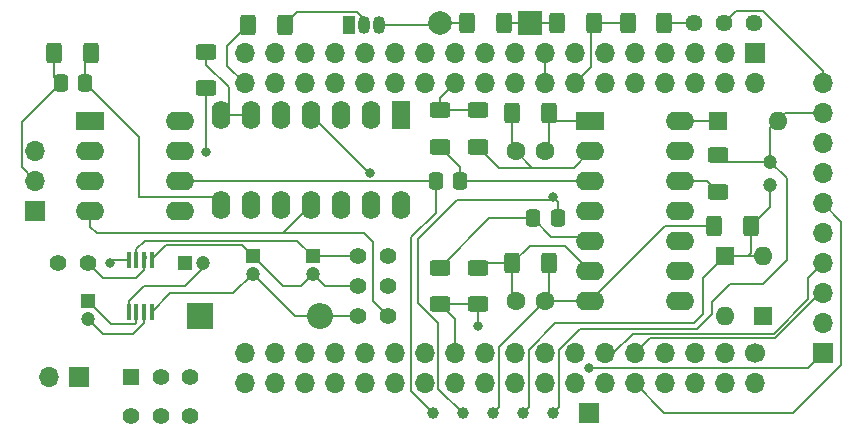
<source format=gbr>
%TF.GenerationSoftware,KiCad,Pcbnew,(6.0.2)*%
%TF.CreationDate,2022-06-08T22:41:36-07:00*%
%TF.ProjectId,TrailAlarm,54726169-6c41-46c6-9172-6d2e6b696361,1*%
%TF.SameCoordinates,Original*%
%TF.FileFunction,Copper,L1,Top*%
%TF.FilePolarity,Positive*%
%FSLAX46Y46*%
G04 Gerber Fmt 4.6, Leading zero omitted, Abs format (unit mm)*
G04 Created by KiCad (PCBNEW (6.0.2)) date 2022-06-08 22:41:36*
%MOMM*%
%LPD*%
G01*
G04 APERTURE LIST*
G04 Aperture macros list*
%AMRoundRect*
0 Rectangle with rounded corners*
0 $1 Rounding radius*
0 $2 $3 $4 $5 $6 $7 $8 $9 X,Y pos of 4 corners*
0 Add a 4 corners polygon primitive as box body*
4,1,4,$2,$3,$4,$5,$6,$7,$8,$9,$2,$3,0*
0 Add four circle primitives for the rounded corners*
1,1,$1+$1,$2,$3*
1,1,$1+$1,$4,$5*
1,1,$1+$1,$6,$7*
1,1,$1+$1,$8,$9*
0 Add four rect primitives between the rounded corners*
20,1,$1+$1,$2,$3,$4,$5,0*
20,1,$1+$1,$4,$5,$6,$7,0*
20,1,$1+$1,$6,$7,$8,$9,0*
20,1,$1+$1,$8,$9,$2,$3,0*%
G04 Aperture macros list end*
%TA.AperFunction,SMDPad,CuDef*%
%ADD10RoundRect,0.250000X-0.400000X-0.625000X0.400000X-0.625000X0.400000X0.625000X-0.400000X0.625000X0*%
%TD*%
%TA.AperFunction,SMDPad,CuDef*%
%ADD11RoundRect,0.250000X0.625000X-0.400000X0.625000X0.400000X-0.625000X0.400000X-0.625000X-0.400000X0*%
%TD*%
%TA.AperFunction,ComponentPad*%
%ADD12C,1.600000*%
%TD*%
%TA.AperFunction,SMDPad,CuDef*%
%ADD13RoundRect,0.250000X-0.625000X0.400000X-0.625000X-0.400000X0.625000X-0.400000X0.625000X0.400000X0*%
%TD*%
%TA.AperFunction,ComponentPad*%
%ADD14C,1.400000*%
%TD*%
%TA.AperFunction,SMDPad,CuDef*%
%ADD15C,1.000000*%
%TD*%
%TA.AperFunction,ComponentPad*%
%ADD16R,1.600000X1.600000*%
%TD*%
%TA.AperFunction,ComponentPad*%
%ADD17O,1.600000X1.600000*%
%TD*%
%TA.AperFunction,ComponentPad*%
%ADD18R,1.700000X1.700000*%
%TD*%
%TA.AperFunction,ComponentPad*%
%ADD19O,1.700000X1.700000*%
%TD*%
%TA.AperFunction,ComponentPad*%
%ADD20R,1.200000X1.200000*%
%TD*%
%TA.AperFunction,ComponentPad*%
%ADD21C,1.200000*%
%TD*%
%TA.AperFunction,ComponentPad*%
%ADD22R,1.600000X2.400000*%
%TD*%
%TA.AperFunction,ComponentPad*%
%ADD23O,1.600000X2.400000*%
%TD*%
%TA.AperFunction,ComponentPad*%
%ADD24C,1.440000*%
%TD*%
%TA.AperFunction,ComponentPad*%
%ADD25R,2.400000X1.600000*%
%TD*%
%TA.AperFunction,ComponentPad*%
%ADD26O,2.400000X1.600000*%
%TD*%
%TA.AperFunction,ComponentPad*%
%ADD27R,1.400000X1.400000*%
%TD*%
%TA.AperFunction,SMDPad,CuDef*%
%ADD28RoundRect,0.250000X0.337500X0.475000X-0.337500X0.475000X-0.337500X-0.475000X0.337500X-0.475000X0*%
%TD*%
%TA.AperFunction,ComponentPad*%
%ADD29R,2.000000X2.000000*%
%TD*%
%TA.AperFunction,ComponentPad*%
%ADD30C,2.000000*%
%TD*%
%TA.AperFunction,ComponentPad*%
%ADD31C,1.700000*%
%TD*%
%TA.AperFunction,ComponentPad*%
%ADD32R,2.200000X2.200000*%
%TD*%
%TA.AperFunction,ComponentPad*%
%ADD33O,2.200000X2.200000*%
%TD*%
%TA.AperFunction,SMDPad,CuDef*%
%ADD34R,0.450000X1.425000*%
%TD*%
%TA.AperFunction,ComponentPad*%
%ADD35R,1.050000X1.500000*%
%TD*%
%TA.AperFunction,ComponentPad*%
%ADD36O,1.050000X1.500000*%
%TD*%
%TA.AperFunction,SMDPad,CuDef*%
%ADD37RoundRect,0.250000X0.400000X0.625000X-0.400000X0.625000X-0.400000X-0.625000X0.400000X-0.625000X0*%
%TD*%
%TA.AperFunction,SMDPad,CuDef*%
%ADD38RoundRect,0.250000X-0.337500X-0.475000X0.337500X-0.475000X0.337500X0.475000X-0.337500X0.475000X0*%
%TD*%
%TA.AperFunction,ViaPad*%
%ADD39C,0.800000*%
%TD*%
%TA.AperFunction,Conductor*%
%ADD40C,0.200000*%
%TD*%
G04 APERTURE END LIST*
D10*
%TO.P,R4,1*%
%TO.N,Net-(BZ1-Pad2)*%
X155496259Y-114309259D03*
%TO.P,R4,2*%
%TO.N,Net-(BZ1-Pad1)*%
X158596259Y-114309259D03*
%TD*%
%TO.P,R18,1*%
%TO.N,Net-(C12-Pad1)*%
X159306259Y-121929259D03*
%TO.P,R18,2*%
%TO.N,Net-(C12-Pad2)*%
X162406259Y-121929259D03*
%TD*%
D11*
%TO.P,R19,1*%
%TO.N,GND*%
X153236259Y-138084259D03*
%TO.P,R19,2*%
%TO.N,Net-(C13-Pad2)*%
X153236259Y-134984259D03*
%TD*%
D12*
%TO.P,C14,1*%
%TO.N,Net-(C14-Pad1)*%
X159626259Y-137804259D03*
%TO.P,C14,2*%
%TO.N,/EEG Amplifer/FullSignal*%
X162126259Y-137804259D03*
%TD*%
D13*
%TO.P,R8,1*%
%TO.N,TO_ADC*%
X176731259Y-125459259D03*
%TO.P,R8,2*%
%TO.N,Net-(R8-Pad2)*%
X176731259Y-128559259D03*
%TD*%
D14*
%TO.P,JP1,1,A*%
%TO.N,POWER*%
X120871259Y-134629259D03*
%TO.P,JP1,2,B*%
%TO.N,Net-(IC1-Pad6)*%
X123411259Y-134629259D03*
%TD*%
D10*
%TO.P,R1,1*%
%TO.N,/EEG Amplifer/FullSignal*%
X176451259Y-131454259D03*
%TO.P,R1,2*%
%TO.N,Net-(C5-Pad1)*%
X179551259Y-131454259D03*
%TD*%
D15*
%TO.P,TP2,1,1*%
%TO.N,TO_ADC*%
X162770519Y-147320000D03*
%TD*%
D11*
%TO.P,R17,1*%
%TO.N,Net-(C12-Pad1)*%
X156411259Y-124749259D03*
%TO.P,R17,2*%
%TO.N,GND*%
X156411259Y-121649259D03*
%TD*%
D10*
%TO.P,R2,1*%
%TO.N,Buzzer*%
X136963519Y-114427000D03*
%TO.P,R2,2*%
%TO.N,Net-(Q1-Pad2)*%
X140063519Y-114427000D03*
%TD*%
D16*
%TO.P,D2,1,K*%
%TO.N,Net-(C5-Pad1)*%
X177366259Y-133994259D03*
D17*
%TO.P,D2,2,A*%
%TO.N,GND*%
X177366259Y-139074259D03*
%TD*%
D18*
%TO.P,J1,1,Pin_1*%
%TO.N,ElectrodeB*%
X118946259Y-130184259D03*
D19*
%TO.P,J1,2,Pin_2*%
%TO.N,EarProbe*%
X118946259Y-127644259D03*
%TO.P,J1,3,Pin_3*%
%TO.N,ElectrodeA*%
X118946259Y-125104259D03*
%TD*%
D13*
%TO.P,R20,1*%
%TO.N,Net-(C14-Pad1)*%
X156411259Y-134984259D03*
%TO.P,R20,2*%
%TO.N,GND*%
X156411259Y-138084259D03*
%TD*%
D10*
%TO.P,R21,1*%
%TO.N,Net-(C14-Pad1)*%
X159326259Y-134629259D03*
%TO.P,R21,2*%
%TO.N,/EEG Amplifer/FullSignal*%
X162426259Y-134629259D03*
%TD*%
D18*
%TO.P,J4,1,Pin_1*%
%TO.N,+BATT*%
X122638519Y-144272000D03*
D19*
%TO.P,J4,2,Pin_2*%
%TO.N,GND*%
X120098519Y-144272000D03*
%TD*%
D18*
%TO.P,J2,1,Pin_1*%
%TO.N,GND*%
X165818519Y-147320000D03*
%TD*%
D15*
%TO.P,TP4,1,1*%
%TO.N,Net-(C12-Pad2)*%
X155150519Y-147320000D03*
%TD*%
D20*
%TO.P,C4,1*%
%TO.N,Net-(C3-Pad2)*%
X137361259Y-133994259D03*
D21*
%TO.P,C4,2*%
%TO.N,Net-(C4-Pad2)*%
X137361259Y-135494259D03*
%TD*%
D22*
%TO.P,U1,1*%
%TO.N,unconnected-(U1-Pad1)*%
X149948519Y-122047000D03*
D23*
%TO.P,U1,2,-*%
%TO.N,unconnected-(U1-Pad2)*%
X147408519Y-122047000D03*
%TO.P,U1,3,+*%
%TO.N,unconnected-(U1-Pad3)*%
X144868519Y-122047000D03*
%TO.P,U1,4,V+*%
%TO.N,VD*%
X142328519Y-122047000D03*
%TO.P,U1,5,+*%
%TO.N,/EEG Amplifer/Bias*%
X139788519Y-122047000D03*
%TO.P,U1,6,-*%
%TO.N,Net-(R15-Pad2)*%
X137248519Y-122047000D03*
%TO.P,U1,7*%
X134708519Y-122047000D03*
%TO.P,U1,8*%
%TO.N,Net-(C7-Pad2)*%
X134708519Y-129667000D03*
%TO.P,U1,9,-*%
%TO.N,Net-(C8-Pad2)*%
X137248519Y-129667000D03*
%TO.P,U1,10,+*%
%TO.N,GND*%
X139788519Y-129667000D03*
%TO.P,U1,11,V-*%
%TO.N,VS*%
X142328519Y-129667000D03*
%TO.P,U1,12,+*%
%TO.N,unconnected-(U1-Pad12)*%
X144868519Y-129667000D03*
%TO.P,U1,13,-*%
%TO.N,unconnected-(U1-Pad13)*%
X147408519Y-129667000D03*
%TO.P,U1,14*%
%TO.N,unconnected-(U1-Pad14)*%
X149948519Y-129667000D03*
%TD*%
D24*
%TO.P,RV1,1,1*%
%TO.N,Vref_top*%
X174723519Y-114300000D03*
%TO.P,RV1,2,2*%
%TO.N,Vref_mid*%
X177263519Y-114300000D03*
%TO.P,RV1,3,3*%
%TO.N,GND*%
X179803519Y-114300000D03*
%TD*%
D14*
%TO.P,JP2,1,A*%
%TO.N,Net-(C3-Pad1)*%
X146251259Y-133994259D03*
%TO.P,JP2,2,B*%
%TO.N,VD*%
X148791259Y-133994259D03*
%TD*%
D25*
%TO.P,U5,1,Rg*%
%TO.N,Net-(R11-Pad1)*%
X123608759Y-122574259D03*
D26*
%TO.P,U5,2,-*%
%TO.N,ElectrodeA*%
X123608759Y-125114259D03*
%TO.P,U5,3,+*%
%TO.N,ElectrodeB*%
X123608759Y-127654259D03*
%TO.P,U5,4,Vs-*%
%TO.N,VS*%
X123608759Y-130194259D03*
%TO.P,U5,5,Ref*%
%TO.N,GND*%
X131228759Y-130194259D03*
%TO.P,U5,6*%
%TO.N,Net-(C11-Pad1)*%
X131228759Y-127654259D03*
%TO.P,U5,7,Vs+*%
%TO.N,VD*%
X131228759Y-125114259D03*
%TO.P,U5,8,Rg*%
%TO.N,Net-(R12-Pad2)*%
X131228759Y-122574259D03*
%TD*%
D15*
%TO.P,TP1,1,1*%
%TO.N,Net-(C5-Pad1)*%
X160230519Y-147320000D03*
%TD*%
D20*
%TO.P,C1,1*%
%TO.N,Net-(C1-Pad1)*%
X123391259Y-137804259D03*
D21*
%TO.P,C1,2*%
%TO.N,Net-(C1-Pad2)*%
X123391259Y-139304259D03*
%TD*%
D13*
%TO.P,R16,1*%
%TO.N,GND*%
X153236259Y-121649259D03*
%TO.P,R16,2*%
%TO.N,Net-(C11-Pad2)*%
X153236259Y-124749259D03*
%TD*%
D27*
%TO.P,SW1,1*%
%TO.N,+BATT*%
X127083519Y-144272000D03*
D14*
%TO.P,SW1,2*%
%TO.N,POWER*%
X129583519Y-144272000D03*
%TO.P,SW1,3*%
%TO.N,N/C*%
X132083519Y-144272000D03*
%TO.P,SW1,4*%
X127083519Y-147572000D03*
%TO.P,SW1,5*%
X129583519Y-147572000D03*
%TO.P,SW1,6*%
X132083519Y-147572000D03*
%TD*%
D16*
%TO.P,D3,1,K*%
%TO.N,GND*%
X180541259Y-139074259D03*
D17*
%TO.P,D3,2,A*%
%TO.N,Net-(C5-Pad1)*%
X180541259Y-133994259D03*
%TD*%
D15*
%TO.P,TP3,1,1*%
%TO.N,Net-(C11-Pad1)*%
X152610519Y-147320000D03*
%TD*%
D28*
%TO.P,C13,1*%
%TO.N,Net-(C12-Pad2)*%
X163163759Y-130819259D03*
%TO.P,C13,2*%
%TO.N,Net-(C13-Pad2)*%
X161088759Y-130819259D03*
%TD*%
D29*
%TO.P,BZ1,1,-*%
%TO.N,Net-(BZ1-Pad1)*%
X160846259Y-114309259D03*
D30*
%TO.P,BZ1,2,+*%
%TO.N,Net-(BZ1-Pad2)*%
X153246259Y-114309259D03*
%TD*%
D20*
%TO.P,C3,1*%
%TO.N,Net-(C3-Pad1)*%
X142441259Y-133994259D03*
D21*
%TO.P,C3,2*%
%TO.N,Net-(C3-Pad2)*%
X142441259Y-135494259D03*
%TD*%
D11*
%TO.P,R15,1*%
%TO.N,Net-(C8-Pad2)*%
X133433519Y-119787000D03*
%TO.P,R15,2*%
%TO.N,Net-(R15-Pad2)*%
X133433519Y-116687000D03*
%TD*%
D18*
%TO.P,U3,1,VIN*%
%TO.N,unconnected-(U3-Pad1)*%
X179841259Y-116849259D03*
D19*
%TO.P,U3,2,AIN6/GPIO87*%
%TO.N,unconnected-(U3-Pad2)*%
X179841259Y-119389259D03*
%TO.P,U3,3,USB1.DRVVBUS*%
%TO.N,unconnected-(U3-Pad3)*%
X177301259Y-116849259D03*
%TO.P,U3,4,GPIO89*%
%TO.N,unconnected-(U3-Pad4)*%
X177301259Y-119389259D03*
%TO.P,U3,5,USB1.VBUS*%
%TO.N,unconnected-(U3-Pad5)*%
X174761259Y-116849259D03*
%TO.P,U3,6,SPI0.CS*%
%TO.N,unconnected-(U3-Pad6)*%
X174761259Y-119389259D03*
%TO.P,U3,7,USB1.VIN*%
%TO.N,unconnected-(U3-Pad7)*%
X172221259Y-116849259D03*
%TO.P,U3,8,SPI0.CLK*%
%TO.N,unconnected-(U3-Pad8)*%
X172221259Y-119389259D03*
%TO.P,U3,9,USB1.D-*%
%TO.N,unconnected-(U3-Pad9)*%
X169681259Y-116849259D03*
%TO.P,U3,10,SPI0.MISO*%
%TO.N,unconnected-(U3-Pad10)*%
X169681259Y-119389259D03*
%TO.P,U3,11,USB1.D+*%
%TO.N,unconnected-(U3-Pad11)*%
X167141259Y-116849259D03*
%TO.P,U3,12,SPI0.MOSI*%
%TO.N,unconnected-(U3-Pad12)*%
X167141259Y-119389259D03*
%TO.P,U3,13,USB1.ID*%
%TO.N,unconnected-(U3-Pad13)*%
X164601259Y-116849259D03*
%TO.P,U3,14,3.3V*%
%TO.N,+3V3*%
X164601259Y-119389259D03*
%TO.P,U3,15,GND*%
%TO.N,GND*%
X162061259Y-116849259D03*
%TO.P,U3,16,GND*%
X162061259Y-119389259D03*
%TO.P,U3,17,AIN.VREF-*%
%TO.N,unconnected-(U3-Pad17)*%
X159521259Y-116849259D03*
%TO.P,U3,18,AIN.VREF+*%
%TO.N,unconnected-(U3-Pad18)*%
X159521259Y-119389259D03*
%TO.P,U3,19,AIN0(1.8V)*%
%TO.N,unconnected-(U3-Pad19)*%
X156981259Y-116849259D03*
%TO.P,U3,20,GPIO20*%
%TO.N,unconnected-(U3-Pad20)*%
X156981259Y-119389259D03*
%TO.P,U3,21,AIN1(1.8V)*%
%TO.N,unconnected-(U3-Pad21)*%
X154441259Y-116849259D03*
%TO.P,U3,22,GND*%
%TO.N,GND*%
X154441259Y-119389259D03*
%TO.P,U3,23,AIN2(1.8V)*%
%TO.N,unconnected-(U3-Pad23)*%
X151901259Y-116849259D03*
%TO.P,U3,24,VOUT*%
%TO.N,unconnected-(U3-Pad24)*%
X151901259Y-119389259D03*
%TO.P,U3,25,AIN3(1.8V)*%
%TO.N,unconnected-(U3-Pad25)*%
X149361259Y-116849259D03*
%TO.P,U3,26,I2C2.SDA*%
%TO.N,unconnected-(U3-Pad26)*%
X149361259Y-119389259D03*
%TO.P,U3,27,AIN4(1.8V)*%
%TO.N,unconnected-(U3-Pad27)*%
X146821259Y-116849259D03*
%TO.P,U3,28,I2C2.SCL*%
%TO.N,unconnected-(U3-Pad28)*%
X146821259Y-119389259D03*
%TO.P,U3,29,PRU0.7*%
%TO.N,unconnected-(U3-Pad29)*%
X144281259Y-116849259D03*
%TO.P,U3,30,UART0.TX*%
%TO.N,unconnected-(U3-Pad30)*%
X144281259Y-119389259D03*
%TO.P,U3,31,PRU0.4*%
%TO.N,unconnected-(U3-Pad31)*%
X141741259Y-116849259D03*
%TO.P,U3,32,UART0.RX*%
%TO.N,unconnected-(U3-Pad32)*%
X141741259Y-119389259D03*
%TO.P,U3,33,PRU0.1*%
%TO.N,unconnected-(U3-Pad33)*%
X139201259Y-116849259D03*
%TO.P,U3,34,GPIO26*%
%TO.N,unconnected-(U3-Pad34)*%
X139201259Y-119389259D03*
%TO.P,U3,35,PRU1.10*%
%TO.N,unconnected-(U3-Pad35)*%
X136661259Y-116849259D03*
%TO.P,U3,36,PWM0A*%
%TO.N,Buzzer*%
X136661259Y-119389259D03*
D31*
%TO.P,U3,37,PWM1A*%
%TO.N,unconnected-(U3-Pad37)*%
X179841259Y-142249259D03*
D19*
%TO.P,U3,38,GPIO59*%
%TO.N,unconnected-(U3-Pad38)*%
X179841259Y-144789259D03*
%TO.P,U3,39,GPIO23*%
%TO.N,unconnected-(U3-Pad39)*%
X177301259Y-142249259D03*
%TO.P,U3,40,GPIO58*%
%TO.N,unconnected-(U3-Pad40)*%
X177301259Y-144789259D03*
%TO.P,U3,41,UART4.RX*%
%TO.N,unconnected-(U3-Pad41)*%
X174761259Y-142249259D03*
%TO.P,U3,42,GPIO57*%
%TO.N,unconnected-(U3-Pad42)*%
X174761259Y-144789259D03*
%TO.P,U3,43,UART4.TX*%
%TO.N,unconnected-(U3-Pad43)*%
X172221259Y-142249259D03*
%TO.P,U3,44,GPIO60*%
%TO.N,unconnected-(U3-Pad44)*%
X172221259Y-144789259D03*
%TO.P,U3,45,I2C1.SCL*%
%TO.N,I2C_SCL*%
X169681259Y-142249259D03*
%TO.P,U3,46,GPIO52*%
%TO.N,~{ADC_RDY}*%
X169681259Y-144789259D03*
%TO.P,U3,47,I2C1.SDA*%
%TO.N,I2C_SDA*%
X167141259Y-142249259D03*
%TO.P,U3,48,PWR.BTN*%
%TO.N,unconnected-(U3-Pad48)*%
X167141259Y-144789259D03*
%TO.P,U3,49,VOUT*%
%TO.N,unconnected-(U3-Pad49)*%
X164601259Y-142249259D03*
%TO.P,U3,50,BAT.VIN*%
%TO.N,POWER*%
X164601259Y-144789259D03*
%TO.P,U3,51,GND*%
%TO.N,GND*%
X162061259Y-142249259D03*
%TO.P,U3,52,BAT.TEMP*%
%TO.N,unconnected-(U3-Pad52)*%
X162061259Y-144789259D03*
%TO.P,U3,53,GPIO65*%
%TO.N,unconnected-(U3-Pad53)*%
X159521259Y-142249259D03*
%TO.P,U3,54,GPIO47*%
%TO.N,unconnected-(U3-Pad54)*%
X159521259Y-144789259D03*
%TO.P,U3,55,GPIO27*%
%TO.N,unconnected-(U3-Pad55)*%
X156981259Y-142249259D03*
%TO.P,U3,56,GPIO64*%
%TO.N,unconnected-(U3-Pad56)*%
X156981259Y-144789259D03*
%TO.P,U3,57,GND*%
%TO.N,GND*%
X154441259Y-142249259D03*
%TO.P,U3,58,GPIO46*%
%TO.N,unconnected-(U3-Pad58)*%
X154441259Y-144789259D03*
%TO.P,U3,59,3.3V*%
%TO.N,+3V3*%
X151901259Y-142249259D03*
%TO.P,U3,60,GPIO48*%
%TO.N,unconnected-(U3-Pad60)*%
X151901259Y-144789259D03*
%TO.P,U3,61,SPI1.MOSI*%
%TO.N,unconnected-(U3-Pad61)*%
X149361259Y-142249259D03*
%TO.P,U3,62,~{RESET}*%
%TO.N,unconnected-(U3-Pad62)*%
X149361259Y-144789259D03*
%TO.P,U3,63,SPI1.MISO*%
%TO.N,unconnected-(U3-Pad63)*%
X146821259Y-142249259D03*
%TO.P,U3,64,PRU0.6*%
%TO.N,unconnected-(U3-Pad64)*%
X146821259Y-144789259D03*
%TO.P,U3,65,SPI1.CLK*%
%TO.N,unconnected-(U3-Pad65)*%
X144281259Y-142249259D03*
%TO.P,U3,66,PRU0.3*%
%TO.N,unconnected-(U3-Pad66)*%
X144281259Y-144789259D03*
%TO.P,U3,67,SPI1.CS*%
%TO.N,unconnected-(U3-Pad67)*%
X141741259Y-142249259D03*
%TO.P,U3,68,PRU0.2*%
%TO.N,unconnected-(U3-Pad68)*%
X141741259Y-144789259D03*
%TO.P,U3,69,GPIO45*%
%TO.N,unconnected-(U3-Pad69)*%
X139201259Y-142249259D03*
%TO.P,U3,70,PRU0.5*%
%TO.N,unconnected-(U3-Pad70)*%
X139201259Y-144789259D03*
%TO.P,U3,71,AIN5(3.3V)*%
%TO.N,unconnected-(U3-Pad71)*%
X136661259Y-142249259D03*
%TO.P,U3,72,AIN7(1.8V)*%
%TO.N,unconnected-(U3-Pad72)*%
X136661259Y-144789259D03*
%TD*%
D12*
%TO.P,C12,1*%
%TO.N,Net-(C12-Pad1)*%
X159606259Y-125104259D03*
%TO.P,C12,2*%
%TO.N,Net-(C12-Pad2)*%
X162106259Y-125104259D03*
%TD*%
D21*
%TO.P,C5,1*%
%TO.N,Net-(C5-Pad1)*%
X181176259Y-128009259D03*
%TO.P,C5,2*%
%TO.N,TO_ADC*%
X181176259Y-126009259D03*
%TD*%
D20*
%TO.P,C2,1*%
%TO.N,Net-(C2-Pad1)*%
X131646259Y-134629259D03*
D21*
%TO.P,C2,2*%
%TO.N,Net-(C2-Pad2)*%
X133146259Y-134629259D03*
%TD*%
D32*
%TO.P,D1,1,K*%
%TO.N,Net-(C3-Pad2)*%
X132916259Y-139074259D03*
D33*
%TO.P,D1,2,A*%
%TO.N,Net-(C4-Pad2)*%
X143076259Y-139074259D03*
%TD*%
D10*
%TO.P,R10,1*%
%TO.N,EarProbe*%
X120571259Y-116849259D03*
%TO.P,R10,2*%
%TO.N,Net-(C7-Pad2)*%
X123671259Y-116849259D03*
%TD*%
D34*
%TO.P,IC1,1,C1-*%
%TO.N,Net-(C2-Pad2)*%
X126861259Y-138746259D03*
%TO.P,IC1,2,C2+*%
%TO.N,Net-(C1-Pad1)*%
X127511259Y-138746259D03*
%TO.P,IC1,3,C2-*%
%TO.N,Net-(C1-Pad2)*%
X128161259Y-138746259D03*
%TO.P,IC1,4,V-*%
%TO.N,Net-(C4-Pad2)*%
X128811259Y-138746259D03*
%TO.P,IC1,5,GND*%
%TO.N,Net-(C3-Pad2)*%
X128811259Y-134322259D03*
%TO.P,IC1,6,IN*%
%TO.N,Net-(IC1-Pad6)*%
X128161259Y-134322259D03*
%TO.P,IC1,7,V+*%
%TO.N,Net-(C3-Pad1)*%
X127511259Y-134322259D03*
%TO.P,IC1,8,C1+*%
%TO.N,Net-(C2-Pad1)*%
X126861259Y-134322259D03*
%TD*%
D14*
%TO.P,JP4,1,A*%
%TO.N,Net-(C3-Pad2)*%
X146251259Y-136534259D03*
%TO.P,JP4,2,B*%
%TO.N,GND*%
X148791259Y-136534259D03*
%TD*%
D25*
%TO.P,U2,1*%
%TO.N,Net-(C12-Pad2)*%
X165921259Y-122559259D03*
D26*
%TO.P,U2,2,-*%
%TO.N,Net-(C12-Pad1)*%
X165921259Y-125099259D03*
%TO.P,U2,3,+*%
%TO.N,Net-(C11-Pad2)*%
X165921259Y-127639259D03*
%TO.P,U2,4,V+*%
%TO.N,VD*%
X165921259Y-130179259D03*
%TO.P,U2,5,+*%
%TO.N,Net-(C13-Pad2)*%
X165921259Y-132719259D03*
%TO.P,U2,6,-*%
%TO.N,Net-(C14-Pad1)*%
X165921259Y-135259259D03*
%TO.P,U2,7*%
%TO.N,/EEG Amplifer/FullSignal*%
X165921259Y-137799259D03*
%TO.P,U2,8*%
%TO.N,unconnected-(U2-Pad8)*%
X173541259Y-137799259D03*
%TO.P,U2,9,-*%
%TO.N,unconnected-(U2-Pad9)*%
X173541259Y-135259259D03*
%TO.P,U2,10,+*%
%TO.N,unconnected-(U2-Pad10)*%
X173541259Y-132719259D03*
%TO.P,U2,11,V-*%
%TO.N,VS*%
X173541259Y-130179259D03*
%TO.P,U2,12,+*%
%TO.N,Net-(R8-Pad2)*%
X173541259Y-127639259D03*
%TO.P,U2,13,-*%
%TO.N,GND*%
X173541259Y-125099259D03*
%TO.P,U2,14*%
%TO.N,Net-(D4-Pad1)*%
X173541259Y-122559259D03*
%TD*%
D18*
%TO.P,J3,1,Pin_1*%
%TO.N,+3V3*%
X185621259Y-142249259D03*
D19*
%TO.P,J3,2,Pin_2*%
%TO.N,GND*%
X185621259Y-139709259D03*
%TO.P,J3,3,Pin_3*%
%TO.N,I2C_SCL*%
X185621259Y-137169259D03*
%TO.P,J3,4,Pin_4*%
%TO.N,I2C_SDA*%
X185621259Y-134629259D03*
%TO.P,J3,5,Pin_5*%
%TO.N,GND*%
X185621259Y-132089259D03*
%TO.P,J3,6,Pin_6*%
%TO.N,~{ADC_RDY}*%
X185621259Y-129549259D03*
%TO.P,J3,7,Pin_7*%
%TO.N,GND*%
X185621259Y-127009259D03*
%TO.P,J3,8,Pin_8*%
X185621259Y-124469259D03*
%TO.P,J3,9,Pin_9*%
%TO.N,TO_ADC*%
X185621259Y-121929259D03*
%TO.P,J3,10,Pin_10*%
%TO.N,Vref_mid*%
X185621259Y-119389259D03*
%TD*%
D35*
%TO.P,Q1,1,E*%
%TO.N,GND*%
X145498519Y-114427000D03*
D36*
%TO.P,Q1,2,B*%
%TO.N,Net-(Q1-Pad2)*%
X146768519Y-114427000D03*
%TO.P,Q1,3,C*%
%TO.N,Net-(BZ1-Pad2)*%
X148038519Y-114427000D03*
%TD*%
D16*
%TO.P,D4,1,K*%
%TO.N,Net-(D4-Pad1)*%
X176731259Y-122564259D03*
D17*
%TO.P,D4,2,A*%
%TO.N,TO_ADC*%
X181811259Y-122564259D03*
%TD*%
D37*
%TO.P,R3,1*%
%TO.N,+3V3*%
X166216259Y-114309259D03*
%TO.P,R3,2*%
%TO.N,Net-(BZ1-Pad1)*%
X163116259Y-114309259D03*
%TD*%
D38*
%TO.P,C7,1*%
%TO.N,EarProbe*%
X121083759Y-119389259D03*
%TO.P,C7,2*%
%TO.N,Net-(C7-Pad2)*%
X123158759Y-119389259D03*
%TD*%
D14*
%TO.P,JP3,1,A*%
%TO.N,Net-(C4-Pad2)*%
X146251259Y-139074259D03*
%TO.P,JP3,2,B*%
%TO.N,VS*%
X148791259Y-139074259D03*
%TD*%
D38*
%TO.P,C11,1*%
%TO.N,Net-(C11-Pad1)*%
X152833759Y-127644259D03*
%TO.P,C11,2*%
%TO.N,Net-(C11-Pad2)*%
X154908759Y-127644259D03*
%TD*%
D10*
%TO.P,R9,1*%
%TO.N,+3V3*%
X169094519Y-114300000D03*
%TO.P,R9,2*%
%TO.N,Vref_top*%
X172194519Y-114300000D03*
%TD*%
D15*
%TO.P,TP5,1,1*%
%TO.N,/EEG Amplifer/FullSignal*%
X157690519Y-147320000D03*
%TD*%
D39*
%TO.N,Net-(C2-Pad1)*%
X125296259Y-134629259D03*
%TO.N,GND*%
X156420519Y-139954000D03*
%TO.N,+3V3*%
X165818519Y-143510000D03*
%TO.N,Net-(C8-Pad2)*%
X133433519Y-125222000D03*
%TO.N,VD*%
X147276519Y-126954759D03*
%TO.N,Net-(C12-Pad2)*%
X162770519Y-129032000D03*
%TD*%
D40*
%TO.N,Net-(BZ1-Pad1)*%
X158596259Y-114309259D02*
X163116259Y-114309259D01*
%TO.N,Net-(BZ1-Pad2)*%
X148038519Y-114427000D02*
X153128518Y-114427000D01*
X155496259Y-114309259D02*
X153246259Y-114309259D01*
X153128518Y-114427000D02*
X153246259Y-114309259D01*
%TO.N,Net-(C4-Pad2)*%
X137361259Y-135494259D02*
X135686259Y-137169259D01*
X130388259Y-137169259D02*
X128811259Y-138746259D01*
X140941259Y-139074259D02*
X146251259Y-139074259D01*
X135686259Y-137169259D02*
X130388259Y-137169259D01*
X146251259Y-139074259D02*
X143076259Y-139074259D01*
X137361259Y-135494259D02*
X140941259Y-139074259D01*
%TO.N,Net-(C5-Pad1)*%
X179271259Y-133994259D02*
X180541259Y-133994259D01*
X177366259Y-133994259D02*
X179271259Y-133994259D01*
X174708519Y-139700000D02*
X175470519Y-138938000D01*
X179551259Y-133714259D02*
X179271259Y-133994259D01*
X160730518Y-146820001D02*
X160730518Y-141954345D01*
X179551259Y-131454259D02*
X179271259Y-131734259D01*
X181176259Y-128009259D02*
X181176259Y-129829259D01*
X175470519Y-135889999D02*
X177366259Y-133994259D01*
X179551259Y-131454259D02*
X179551259Y-133714259D01*
X162984863Y-139700000D02*
X174708519Y-139700000D01*
X160230519Y-147320000D02*
X160730518Y-146820001D01*
X181176259Y-129829259D02*
X179551259Y-131454259D01*
X175470519Y-138938000D02*
X175470519Y-135889999D01*
X160730518Y-141954345D02*
X162984863Y-139700000D01*
%TO.N,Net-(D4-Pad1)*%
X173541259Y-122559259D02*
X176726259Y-122559259D01*
X176726259Y-122559259D02*
X176731259Y-122564259D01*
%TO.N,TO_ADC*%
X165044642Y-140180221D02*
X174990298Y-140180221D01*
X181541259Y-126009259D02*
X181176259Y-126009259D01*
X163270518Y-146820001D02*
X163270518Y-141954345D01*
X185621259Y-121929259D02*
X182446259Y-121929259D01*
X180550519Y-136398000D02*
X182582519Y-134366000D01*
X177281259Y-126009259D02*
X176731259Y-125459259D01*
X176266748Y-137887771D02*
X177756519Y-136398000D01*
X182446259Y-121929259D02*
X181176259Y-123199259D01*
X182582519Y-134366000D02*
X182582519Y-127415519D01*
X181176259Y-126009259D02*
X177281259Y-126009259D01*
X176266748Y-138903771D02*
X176266748Y-137887771D01*
X181176259Y-123199259D02*
X181176259Y-126009259D01*
X163270518Y-141954345D02*
X165044642Y-140180221D01*
X182582519Y-127415519D02*
X181176259Y-126009259D01*
X174990298Y-140180221D02*
X176266748Y-138903771D01*
X177756519Y-136398000D02*
X180550519Y-136398000D01*
X162770519Y-147320000D02*
X163270518Y-146820001D01*
%TO.N,Net-(C2-Pad2)*%
X133146259Y-135034259D02*
X133146259Y-134629259D01*
X126861259Y-137833759D02*
X128160759Y-136534259D01*
X131646259Y-136534259D02*
X133146259Y-135034259D01*
X128160759Y-136534259D02*
X131646259Y-136534259D01*
X126861259Y-138746259D02*
X126861259Y-137833759D01*
%TO.N,Net-(C1-Pad1)*%
X127511259Y-138746259D02*
X127511259Y-139658759D01*
X127411748Y-139758270D02*
X125345270Y-139758270D01*
X127511259Y-139658759D02*
X127411748Y-139758270D01*
X125345270Y-139758270D02*
X123391259Y-137804259D01*
%TO.N,Net-(C1-Pad2)*%
X128161259Y-139658759D02*
X128161259Y-138746259D01*
X123391259Y-139304259D02*
X124661259Y-140574259D01*
X127245759Y-140574259D02*
X128161259Y-139658759D01*
X124661259Y-140574259D02*
X127245759Y-140574259D01*
%TO.N,Net-(IC1-Pad6)*%
X124681259Y-135899259D02*
X123411259Y-134629259D01*
X128164259Y-134322259D02*
X128286748Y-134199770D01*
X128286748Y-134199770D02*
X128286748Y-133994259D01*
X127470781Y-135899259D02*
X124681259Y-135899259D01*
X128161259Y-134322259D02*
X128161259Y-135208781D01*
X128161259Y-135208781D02*
X127470781Y-135899259D01*
X128161259Y-134322259D02*
X128164259Y-134322259D01*
%TO.N,Net-(C3-Pad1)*%
X142441259Y-133994259D02*
X141143480Y-132696480D01*
X127511259Y-133435737D02*
X127511259Y-134322259D01*
X141143480Y-132696480D02*
X128250516Y-132696480D01*
X142441259Y-133994259D02*
X146251259Y-133994259D01*
X128250516Y-132696480D02*
X127511259Y-133435737D01*
%TO.N,Net-(C2-Pad1)*%
X125603259Y-134322259D02*
X125296259Y-134629259D01*
X126861259Y-134322259D02*
X125603259Y-134322259D01*
%TO.N,EarProbe*%
X117796748Y-122676270D02*
X121083759Y-119389259D01*
X117796748Y-126494748D02*
X117796748Y-122676270D01*
X118946259Y-127644259D02*
X117796748Y-126494748D01*
X120571259Y-116849259D02*
X120571259Y-118876759D01*
X120571259Y-118876759D02*
X121083759Y-119389259D01*
%TO.N,GND*%
X153236259Y-138084259D02*
X154441259Y-139289259D01*
X153236259Y-121649259D02*
X156411259Y-121649259D01*
X162061259Y-116849259D02*
X162061259Y-119389259D01*
X156411259Y-139944740D02*
X156420519Y-139954000D01*
X153236259Y-138084259D02*
X156411259Y-138084259D01*
X156411259Y-138084259D02*
X156411259Y-139944740D01*
X154441259Y-139289259D02*
X154441259Y-142249259D01*
X153236259Y-120594259D02*
X154441259Y-119389259D01*
X131228759Y-130194259D02*
X131228759Y-130601759D01*
X153236259Y-121649259D02*
X153236259Y-120594259D01*
%TO.N,Net-(Q1-Pad2)*%
X140063519Y-114427000D02*
X141113030Y-113377489D01*
X146768519Y-113947497D02*
X146768519Y-114427000D01*
X146198511Y-113377489D02*
X146768519Y-113947497D01*
X141113030Y-113377489D02*
X146198511Y-113377489D01*
X140118030Y-114372489D02*
X140063519Y-114427000D01*
%TO.N,Vref_top*%
X172194519Y-114300000D02*
X174723519Y-114300000D01*
%TO.N,Vref_mid*%
X185621259Y-118354740D02*
X185621259Y-119389259D01*
X178283030Y-113280489D02*
X180547008Y-113280489D01*
X180547008Y-113280489D02*
X185621259Y-118354740D01*
X177263519Y-114300000D02*
X178283030Y-113280489D01*
%TO.N,+3V3*%
X165818519Y-143510000D02*
X184360518Y-143510000D01*
X166216259Y-114309259D02*
X169085260Y-114309259D01*
X165991748Y-117998770D02*
X165991748Y-114533770D01*
X184360518Y-143510000D02*
X185621259Y-142249259D01*
X169085260Y-114309259D02*
X169094519Y-114300000D01*
X165991748Y-114533770D02*
X166216259Y-114309259D01*
X164601259Y-119389259D02*
X165991748Y-117998770D01*
%TO.N,I2C_SDA*%
X184351259Y-135899259D02*
X185621259Y-134629259D01*
X181448779Y-140579740D02*
X184360519Y-137668000D01*
X184360519Y-137668000D02*
X184360519Y-137432520D01*
X184360519Y-137432520D02*
X184351259Y-137423260D01*
X167141259Y-142249259D02*
X167841259Y-142249259D01*
X169510778Y-140579740D02*
X181448779Y-140579740D01*
X184351259Y-137423260D02*
X184351259Y-135899259D01*
X167841259Y-142249259D02*
X169510778Y-140579740D01*
%TO.N,I2C_SCL*%
X185621259Y-137169259D02*
X185424266Y-137169259D01*
X181614266Y-140979259D02*
X170951259Y-140979259D01*
X170951259Y-140979259D02*
X169681259Y-142249259D01*
X185424266Y-137169259D02*
X181614266Y-140979259D01*
%TO.N,Buzzer*%
X135176259Y-117904259D02*
X135176259Y-116214260D01*
X136661259Y-119389259D02*
X135176259Y-117904259D01*
X135176259Y-116214260D02*
X136963519Y-114427000D01*
%TO.N,~{ADC_RDY}*%
X169681259Y-144789259D02*
X172212000Y-147320000D01*
X183090519Y-147320000D02*
X187154519Y-143256000D01*
X172212000Y-147320000D02*
X183090519Y-147320000D01*
X187154519Y-143256000D02*
X187154519Y-131082519D01*
X187154519Y-131082519D02*
X185621259Y-129549259D01*
%TO.N,Net-(C7-Pad2)*%
X127718519Y-123949019D02*
X127718519Y-129032000D01*
X134073519Y-129032000D02*
X134708519Y-129667000D01*
X123158759Y-117361759D02*
X123671259Y-116849259D01*
X123158759Y-119389259D02*
X127718519Y-123949019D01*
X127718519Y-129032000D02*
X134073519Y-129032000D01*
X123158759Y-119389259D02*
X123158759Y-117361759D01*
%TO.N,Net-(C8-Pad2)*%
X133433519Y-119787000D02*
X133433519Y-125222000D01*
%TO.N,VD*%
X147276519Y-126954759D02*
X147236278Y-126954759D01*
X147236278Y-126954759D02*
X142328519Y-122047000D01*
%TO.N,VS*%
X124162519Y-132080000D02*
X139915519Y-132080000D01*
X139915519Y-132080000D02*
X142328519Y-129667000D01*
X123608759Y-131526240D02*
X124162519Y-132080000D01*
X123608759Y-130194259D02*
X123608759Y-131526240D01*
X146768519Y-132080000D02*
X147530519Y-132842000D01*
X139915519Y-132080000D02*
X146768519Y-132080000D01*
X147530519Y-132842000D02*
X147530519Y-137813519D01*
X147530519Y-137813519D02*
X148791259Y-139074259D01*
%TO.N,Net-(C11-Pad1)*%
X150751748Y-145461229D02*
X150751748Y-132414771D01*
X152610519Y-147320000D02*
X150751748Y-145461229D01*
X131228759Y-127654259D02*
X152823759Y-127654259D01*
X152833759Y-130332760D02*
X152833759Y-127644259D01*
X152823759Y-127654259D02*
X152833759Y-127644259D01*
X150751748Y-132414771D02*
X152833759Y-130332760D01*
%TO.N,Net-(C11-Pad2)*%
X153236259Y-124749259D02*
X154908759Y-126421759D01*
X165921259Y-127639259D02*
X165916259Y-127644259D01*
X165916259Y-127644259D02*
X154908759Y-127644259D01*
X154908759Y-126421759D02*
X154908759Y-127644259D01*
%TO.N,Net-(C12-Pad1)*%
X159606259Y-125104259D02*
X161005770Y-126503770D01*
X159251259Y-124749259D02*
X159606259Y-125104259D01*
X161005770Y-126503770D02*
X161620770Y-126503770D01*
X164516748Y-126503770D02*
X161620770Y-126503770D01*
X165921259Y-125099259D02*
X164516748Y-126503770D01*
X158165770Y-126503770D02*
X156411259Y-124749259D01*
X159306259Y-124804259D02*
X159606259Y-125104259D01*
X159306259Y-121929259D02*
X159306259Y-124804259D01*
X161620770Y-126503770D02*
X158165770Y-126503770D01*
%TO.N,Net-(C12-Pad2)*%
X153050770Y-145220251D02*
X155150519Y-147320000D01*
X162770519Y-129032000D02*
X162516519Y-129286000D01*
X153050770Y-139700908D02*
X153050770Y-145220251D01*
X151340519Y-132588000D02*
X151340519Y-137990657D01*
X163163759Y-129425240D02*
X163163759Y-130819259D01*
X162406259Y-124804259D02*
X162106259Y-125104259D01*
X163036259Y-122559259D02*
X162406259Y-121929259D01*
X162406259Y-121929259D02*
X162406259Y-124804259D01*
X154642519Y-129286000D02*
X151340519Y-132588000D01*
X162770519Y-129032000D02*
X163163759Y-129425240D01*
X165921259Y-122559259D02*
X163036259Y-122559259D01*
X162516519Y-129286000D02*
X154642519Y-129286000D01*
X151340519Y-137990657D02*
X153050770Y-139700908D01*
%TO.N,Net-(C13-Pad2)*%
X165921259Y-132719259D02*
X165557219Y-132355219D01*
X165557219Y-132355219D02*
X162624719Y-132355219D01*
X153236259Y-134984259D02*
X157401259Y-130819259D01*
X157401259Y-130819259D02*
X161088759Y-130819259D01*
X162624719Y-132355219D02*
X161088759Y-130819259D01*
%TO.N,Net-(C14-Pad1)*%
X165921259Y-135259259D02*
X163816739Y-133154739D01*
X159326259Y-134629259D02*
X156766259Y-134629259D01*
X159326259Y-134629259D02*
X159326259Y-137504259D01*
X156766259Y-134629259D02*
X156411259Y-134984259D01*
X159326259Y-137504259D02*
X159626259Y-137804259D01*
X163816739Y-133154739D02*
X160800779Y-133154739D01*
X160800779Y-133154739D02*
X159326259Y-134629259D01*
%TO.N,/EEG Amplifer/FullSignal*%
X158198519Y-146812000D02*
X158198519Y-141731999D01*
X162426259Y-137504259D02*
X162126259Y-137804259D01*
X165921259Y-137799259D02*
X162131259Y-137799259D01*
X172266259Y-131454259D02*
X165921259Y-137799259D01*
X162426259Y-134629259D02*
X162426259Y-137504259D01*
X158198519Y-141731999D02*
X162126259Y-137804259D01*
X157690519Y-147320000D02*
X158198519Y-146812000D01*
X176451259Y-131454259D02*
X172266259Y-131454259D01*
X162131259Y-137799259D02*
X162126259Y-137804259D01*
%TO.N,Net-(R8-Pad2)*%
X175816259Y-127644259D02*
X173546259Y-127644259D01*
X176731259Y-128559259D02*
X175816259Y-127644259D01*
X173546259Y-127644259D02*
X173541259Y-127639259D01*
%TO.N,Net-(R15-Pad2)*%
X133433519Y-117787174D02*
X135338519Y-119692174D01*
X135338519Y-121417000D02*
X134708519Y-122047000D01*
X133433519Y-116687000D02*
X133433519Y-117787174D01*
X134708519Y-122047000D02*
X137248519Y-122047000D01*
X135338519Y-119692174D02*
X135338519Y-121417000D01*
%TO.N,Net-(C3-Pad2)*%
X128811259Y-134322259D02*
X128811259Y-134289259D01*
X143481259Y-136534259D02*
X142441259Y-135494259D01*
X137119259Y-133752259D02*
X137361259Y-133994259D01*
X142441259Y-135494259D02*
X141401259Y-136534259D01*
X128811259Y-134289259D02*
X130004518Y-133096000D01*
X130004518Y-133096000D02*
X136463000Y-133096000D01*
X146251259Y-136534259D02*
X143481259Y-136534259D01*
X136463000Y-133096000D02*
X137361259Y-133994259D01*
X141401259Y-136534259D02*
X139901259Y-136534259D01*
X139901259Y-136534259D02*
X137361259Y-133994259D01*
%TD*%
M02*

</source>
